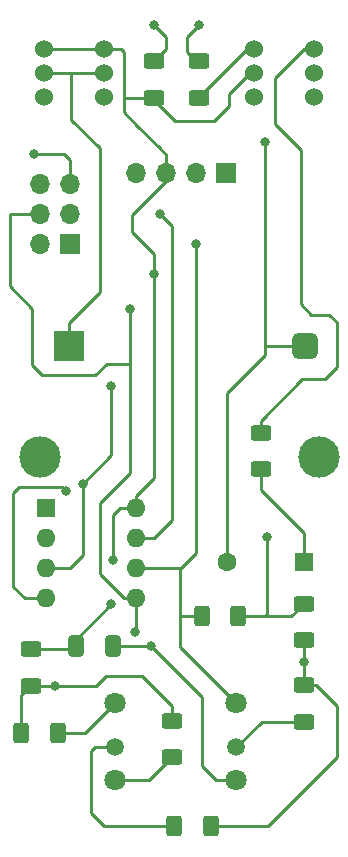
<source format=gbr>
%TF.GenerationSoftware,KiCad,Pcbnew,6.0.9*%
%TF.CreationDate,2023-02-22T15:13:05+01:00*%
%TF.ProjectId,sygeco1,73796765-636f-4312-9e6b-696361645f70,1.0*%
%TF.SameCoordinates,Original*%
%TF.FileFunction,Copper,L2,Bot*%
%TF.FilePolarity,Positive*%
%FSLAX46Y46*%
G04 Gerber Fmt 4.6, Leading zero omitted, Abs format (unit mm)*
G04 Created by KiCad (PCBNEW 6.0.9) date 2023-02-22 15:13:05*
%MOMM*%
%LPD*%
G01*
G04 APERTURE LIST*
G04 Aperture macros list*
%AMRoundRect*
0 Rectangle with rounded corners*
0 $1 Rounding radius*
0 $2 $3 $4 $5 $6 $7 $8 $9 X,Y pos of 4 corners*
0 Add a 4 corners polygon primitive as box body*
4,1,4,$2,$3,$4,$5,$6,$7,$8,$9,$2,$3,0*
0 Add four circle primitives for the rounded corners*
1,1,$1+$1,$2,$3*
1,1,$1+$1,$4,$5*
1,1,$1+$1,$6,$7*
1,1,$1+$1,$8,$9*
0 Add four rect primitives between the rounded corners*
20,1,$1+$1,$2,$3,$4,$5,0*
20,1,$1+$1,$4,$5,$6,$7,0*
20,1,$1+$1,$6,$7,$8,$9,0*
20,1,$1+$1,$8,$9,$2,$3,0*%
G04 Aperture macros list end*
%TA.AperFunction,ComponentPad*%
%ADD10C,1.524000*%
%TD*%
%TA.AperFunction,ComponentPad*%
%ADD11R,1.700000X1.700000*%
%TD*%
%TA.AperFunction,ComponentPad*%
%ADD12O,1.700000X1.700000*%
%TD*%
%TA.AperFunction,ComponentPad*%
%ADD13R,1.600000X1.600000*%
%TD*%
%TA.AperFunction,ComponentPad*%
%ADD14C,1.600000*%
%TD*%
%TA.AperFunction,ComponentPad*%
%ADD15C,1.800000*%
%TD*%
%TA.AperFunction,ComponentPad*%
%ADD16C,1.500000*%
%TD*%
%TA.AperFunction,ComponentPad*%
%ADD17C,3.500000*%
%TD*%
%TA.AperFunction,ComponentPad*%
%ADD18R,2.500000X2.500000*%
%TD*%
%TA.AperFunction,ComponentPad*%
%ADD19RoundRect,0.550000X-0.550000X-0.550000X0.550000X-0.550000X0.550000X0.550000X-0.550000X0.550000X0*%
%TD*%
%TA.AperFunction,ComponentPad*%
%ADD20O,1.600000X1.600000*%
%TD*%
%TA.AperFunction,SMDPad,CuDef*%
%ADD21RoundRect,0.249999X0.400001X0.625001X-0.400001X0.625001X-0.400001X-0.625001X0.400001X-0.625001X0*%
%TD*%
%TA.AperFunction,SMDPad,CuDef*%
%ADD22RoundRect,0.249999X-0.625001X0.400001X-0.625001X-0.400001X0.625001X-0.400001X0.625001X0.400001X0*%
%TD*%
%TA.AperFunction,SMDPad,CuDef*%
%ADD23RoundRect,0.249997X-0.412503X-0.650003X0.412503X-0.650003X0.412503X0.650003X-0.412503X0.650003X0*%
%TD*%
%TA.AperFunction,SMDPad,CuDef*%
%ADD24RoundRect,0.249999X0.625001X-0.400001X0.625001X0.400001X-0.625001X0.400001X-0.625001X-0.400001X0*%
%TD*%
%TA.AperFunction,SMDPad,CuDef*%
%ADD25RoundRect,0.249999X-0.400001X-0.625001X0.400001X-0.625001X0.400001X0.625001X-0.400001X0.625001X0*%
%TD*%
%TA.AperFunction,ViaPad*%
%ADD26C,0.800000*%
%TD*%
%TA.AperFunction,Conductor*%
%ADD27C,0.250000*%
%TD*%
G04 APERTURE END LIST*
D10*
%TO.P,SW1,1,A*%
%TO.N,unconnected-(SW1-Pad1)*%
X130954000Y-62690000D03*
%TO.P,SW1,2,B*%
%TO.N,Net-(BT1-Pad1)*%
X130954000Y-60690000D03*
%TO.P,SW1,3,C*%
%TO.N,VCC*%
X130954000Y-58690000D03*
%TO.P,SW1,4,A*%
%TO.N,unconnected-(SW1-Pad4)*%
X135954000Y-62690000D03*
%TO.P,SW1,5,B*%
%TO.N,Net-(BT1-Pad1)*%
X135954000Y-60690000D03*
%TO.P,SW1,6,C*%
%TO.N,VCC*%
X135954000Y-58690000D03*
%TD*%
%TO.P,SW2,1,A*%
%TO.N,unconnected-(SW2-Pad1)*%
X148734000Y-62690000D03*
%TO.P,SW2,2,B*%
%TO.N,VCC*%
X148734000Y-60690000D03*
%TO.P,SW2,3,C*%
%TO.N,Net-(R9-Pad1)*%
X148734000Y-58690000D03*
%TO.P,SW2,4,A*%
%TO.N,unconnected-(SW2-Pad4)*%
X153734000Y-62690000D03*
%TO.P,SW2,5,B*%
%TO.N,Net-(SW2-Pad5)*%
X153734000Y-60690000D03*
%TO.P,SW2,6,C*%
%TO.N,Net-(R10-Pad2)*%
X153734000Y-58690000D03*
%TD*%
D11*
%TO.P,J1,1,SDA*%
%TO.N,SDA*%
X146354800Y-69138800D03*
D12*
%TO.P,J1,2,SCL*%
%TO.N,SCL*%
X143814800Y-69138800D03*
%TO.P,J1,3,Vcc*%
%TO.N,VCC*%
X141274800Y-69138800D03*
%TO.P,J1,4,GND*%
%TO.N,GND*%
X138734800Y-69138800D03*
%TD*%
D13*
%TO.P,LS1,1,1*%
%TO.N,Net-(LS1-Pad1)*%
X152908000Y-102108000D03*
D14*
%TO.P,LS1,2,2*%
%TO.N,GND*%
X146408000Y-102108000D03*
%TD*%
D15*
%TO.P,S1,1,A*%
%TO.N,Net-(R1-Pad2)*%
X136906000Y-114046000D03*
D16*
%TO.P,S1,2,B*%
%TO.N,Net-(R8-Pad2)*%
X136906000Y-117746000D03*
D15*
%TO.P,S1,3,C*%
%TO.N,Net-(R5-Pad2)*%
X136906000Y-120546000D03*
%TO.P,S1,4,Com*%
%TO.N,GND*%
X147206000Y-120546000D03*
D16*
%TO.P,S1,5,D*%
%TO.N,Net-(R2-Pad2)*%
X147206000Y-117746000D03*
D15*
%TO.P,S1,6,Center*%
%TO.N,Button*%
X147206000Y-114046000D03*
%TD*%
D11*
%TO.P,J2,1,MISO*%
%TO.N,Button*%
X133096000Y-75184000D03*
D12*
%TO.P,J2,2,VCC*%
%TO.N,VCC*%
X130556000Y-75184000D03*
%TO.P,J2,3,SCK*%
%TO.N,SCL*%
X133096000Y-72644000D03*
%TO.P,J2,4,MOSI*%
%TO.N,SDA*%
X130556000Y-72644000D03*
%TO.P,J2,5,~{RST}*%
%TO.N,PAD_AXIS_1*%
X133096000Y-70104000D03*
%TO.P,J2,6,GND*%
%TO.N,GND*%
X130556000Y-70104000D03*
%TD*%
D17*
%TO.P,H1,1*%
%TO.N,N/C*%
X130556000Y-93218000D03*
%TD*%
%TO.P,H2,1*%
%TO.N,N/C*%
X154178000Y-93218000D03*
%TD*%
D18*
%TO.P,BT1,1,+*%
%TO.N,Net-(BT1-Pad1)*%
X133040000Y-83770000D03*
D19*
%TO.P,BT1,2,-*%
%TO.N,GND*%
X153040000Y-83770000D03*
%TD*%
D13*
%TO.P,U1,1,~{RESET}/PB5*%
%TO.N,PAD_AXIS_1*%
X131064000Y-97536000D03*
D20*
%TO.P,U1,2,XTAL1/PB3*%
%TO.N,PAD_AXIS_2*%
X131064000Y-100076000D03*
%TO.P,U1,3,XTAL2/PB4*%
%TO.N,Net-(SW2-Pad5)*%
X131064000Y-102616000D03*
%TO.P,U1,4,GND*%
%TO.N,GND*%
X131064000Y-105156000D03*
%TO.P,U1,5,AREF/PB0*%
%TO.N,SDA*%
X138684000Y-105156000D03*
%TO.P,U1,6,PB1*%
%TO.N,Button*%
X138684000Y-102616000D03*
%TO.P,U1,7,PB2*%
%TO.N,SCL*%
X138684000Y-100076000D03*
%TO.P,U1,8,VCC*%
%TO.N,VCC*%
X138684000Y-97536000D03*
%TD*%
D21*
%TO.P,R3,1*%
%TO.N,VCC*%
X147372000Y-106680000D03*
%TO.P,R3,2*%
%TO.N,Button*%
X144272000Y-106680000D03*
%TD*%
D22*
%TO.P,R4,1*%
%TO.N,VCC*%
X129794000Y-109448000D03*
%TO.P,R4,2*%
%TO.N,PAD_AXIS_2*%
X129794000Y-112548000D03*
%TD*%
%TO.P,R5,1*%
%TO.N,PAD_AXIS_2*%
X141732000Y-115518000D03*
%TO.P,R5,2*%
%TO.N,Net-(R5-Pad2)*%
X141732000Y-118618000D03*
%TD*%
D23*
%TO.P,C1,1*%
%TO.N,VCC*%
X133604000Y-109220000D03*
%TO.P,C1,2*%
%TO.N,GND*%
X136729000Y-109220000D03*
%TD*%
D24*
%TO.P,R6,1*%
%TO.N,VCC*%
X140208000Y-62764000D03*
%TO.P,R6,2*%
%TO.N,Net-(D1-Pad2)*%
X140208000Y-59664000D03*
%TD*%
D21*
%TO.P,R8,1*%
%TO.N,PAD_AXIS_1*%
X145060000Y-124460000D03*
%TO.P,R8,2*%
%TO.N,Net-(R8-Pad2)*%
X141960000Y-124460000D03*
%TD*%
D25*
%TO.P,R1,1*%
%TO.N,PAD_AXIS_2*%
X129006000Y-116586000D03*
%TO.P,R1,2*%
%TO.N,Net-(R1-Pad2)*%
X132106000Y-116586000D03*
%TD*%
D22*
%TO.P,R7,1*%
%TO.N,VCC*%
X152908000Y-105612000D03*
%TO.P,R7,2*%
%TO.N,PAD_AXIS_1*%
X152908000Y-108712000D03*
%TD*%
%TO.P,R2,1*%
%TO.N,PAD_AXIS_1*%
X152908000Y-112522000D03*
%TO.P,R2,2*%
%TO.N,Net-(R2-Pad2)*%
X152908000Y-115622000D03*
%TD*%
D24*
%TO.P,R9,1*%
%TO.N,Net-(R9-Pad1)*%
X144018000Y-62764000D03*
%TO.P,R9,2*%
%TO.N,Net-(D2-Pad2)*%
X144018000Y-59664000D03*
%TD*%
%TO.P,R10,1*%
%TO.N,Net-(LS1-Pad1)*%
X149288500Y-94222500D03*
%TO.P,R10,2*%
%TO.N,Net-(R10-Pad2)*%
X149288500Y-91122500D03*
%TD*%
D26*
%TO.N,GND*%
X149606000Y-66548000D03*
X139954000Y-109220000D03*
X132765800Y-96037400D03*
%TO.N,SDA*%
X138176000Y-80645000D03*
X138582400Y-108000800D03*
%TO.N,SCL*%
X140716000Y-72644000D03*
%TO.N,VCC*%
X136626600Y-105664000D03*
X140208000Y-77724000D03*
X136762800Y-101888600D03*
X149758400Y-99974400D03*
%TO.N,Button*%
X143764000Y-75184000D03*
%TO.N,Net-(D1-Pad2)*%
X140208000Y-56642000D03*
%TO.N,PAD_AXIS_1*%
X130048000Y-67564000D03*
X152908000Y-110540800D03*
%TO.N,PAD_AXIS_2*%
X131825400Y-112548000D03*
%TO.N,Net-(SW2-Pad5)*%
X136601200Y-87172800D03*
X134222800Y-95444000D03*
%TO.N,Net-(D2-Pad2)*%
X144018000Y-56642000D03*
%TD*%
D27*
%TO.N,Net-(BT1-Pad1)*%
X133239000Y-60817000D02*
X133112000Y-60690000D01*
X133239000Y-61611000D02*
X133239000Y-60817000D01*
X135636000Y-67056000D02*
X133239000Y-64659000D01*
X135636000Y-79248000D02*
X135636000Y-67056000D01*
X133040000Y-83770000D02*
X133040000Y-81844000D01*
X135954000Y-60690000D02*
X133112000Y-60690000D01*
X133112000Y-60690000D02*
X130954000Y-60690000D01*
X133239000Y-64659000D02*
X133239000Y-61611000D01*
X133040000Y-81844000D02*
X135636000Y-79248000D01*
%TO.N,GND*%
X139954000Y-109220000D02*
X144272000Y-113538000D01*
X136729000Y-109220000D02*
X139954000Y-109220000D01*
X149606000Y-81407000D02*
X149606000Y-83820000D01*
X149656000Y-83770000D02*
X149606000Y-83820000D01*
X144272000Y-113538000D02*
X144272000Y-119380000D01*
X129286000Y-105156000D02*
X131064000Y-105156000D01*
X128320800Y-104190800D02*
X129286000Y-105156000D01*
X146408000Y-87780000D02*
X146408000Y-102108000D01*
X149606000Y-84582000D02*
X149606000Y-81407000D01*
X152790000Y-83770000D02*
X149656000Y-83770000D01*
X128828800Y-95707200D02*
X128320800Y-96215200D01*
X146939000Y-87249000D02*
X146408000Y-87780000D01*
X145438000Y-120546000D02*
X147206000Y-120546000D01*
X149606000Y-66548000D02*
X149606000Y-80336000D01*
X149606000Y-80336000D02*
X149606000Y-81407000D01*
X132765800Y-96037400D02*
X132435600Y-95707200D01*
X146431000Y-87757000D02*
X146939000Y-87249000D01*
X132435600Y-95707200D02*
X128828800Y-95707200D01*
X144272000Y-119380000D02*
X145438000Y-120546000D01*
X146939000Y-87249000D02*
X149606000Y-84582000D01*
X128320800Y-96215200D02*
X128320800Y-104190800D01*
X149606000Y-83820000D02*
X149606000Y-84455000D01*
%TO.N,SDA*%
X135255000Y-86233000D02*
X130746500Y-86233000D01*
X135636000Y-103124000D02*
X137668000Y-105156000D01*
X130746500Y-86233000D02*
X129921000Y-85407500D01*
X138176000Y-80645000D02*
X138176000Y-85280500D01*
X138176000Y-85280500D02*
X136207500Y-85280500D01*
X138176000Y-94589600D02*
X135636000Y-97129600D01*
X129921000Y-85407500D02*
X129921000Y-80645000D01*
X137668000Y-105156000D02*
X138684000Y-105156000D01*
X135636000Y-97129600D02*
X135636000Y-103124000D01*
X128016000Y-72644000D02*
X128016000Y-78740000D01*
X136207500Y-85280500D02*
X135255000Y-86233000D01*
X128016000Y-78740000D02*
X129921000Y-80645000D01*
X130556000Y-72644000D02*
X128016000Y-72644000D01*
X138684000Y-107899200D02*
X138684000Y-105156000D01*
X138176000Y-85280500D02*
X138176000Y-94589600D01*
X138582400Y-108000800D02*
X138684000Y-107899200D01*
%TO.N,SCL*%
X141732000Y-73660000D02*
X141732000Y-98552000D01*
X140208000Y-100076000D02*
X138684000Y-100076000D01*
X140716000Y-72644000D02*
X141732000Y-73660000D01*
X141732000Y-98552000D02*
X140208000Y-100076000D01*
%TO.N,VCC*%
X149860000Y-106680000D02*
X151840000Y-106680000D01*
X149580600Y-106680000D02*
X149860000Y-106680000D01*
X140716000Y-67056000D02*
X138811000Y-65151000D01*
X145288000Y-64770000D02*
X146558000Y-63500000D01*
X138366500Y-74168000D02*
X138366500Y-72707500D01*
X137668000Y-62738000D02*
X137668000Y-64008000D01*
X140208000Y-77724000D02*
X140208000Y-76009500D01*
X137668000Y-64008000D02*
X138811000Y-65151000D01*
X141274800Y-67614800D02*
X140716000Y-67056000D01*
X129794000Y-109448000D02*
X133376000Y-109448000D01*
X140208000Y-62764000D02*
X140208000Y-62992000D01*
X133604000Y-109220000D02*
X133604000Y-108686600D01*
X138366500Y-72707500D02*
X141274800Y-69799200D01*
X137430000Y-58690000D02*
X137668000Y-58928000D01*
X149758400Y-99974400D02*
X149758400Y-106502200D01*
X137668000Y-58928000D02*
X137668000Y-60706000D01*
X136762800Y-98111000D02*
X137337800Y-97536000D01*
X141274800Y-69138800D02*
X141274800Y-67614800D01*
X136762800Y-101888600D02*
X136762800Y-98111000D01*
X141986000Y-64770000D02*
X145288000Y-64770000D01*
X141274800Y-69799200D02*
X141274800Y-69138800D01*
X130954000Y-58690000D02*
X135954000Y-58690000D01*
X138684000Y-96520000D02*
X140208000Y-94996000D01*
X140208000Y-94996000D02*
X140208000Y-80772000D01*
X140208000Y-76009500D02*
X138366500Y-74168000D01*
X135954000Y-58690000D02*
X137430000Y-58690000D01*
X146558000Y-63500000D02*
X146558000Y-62484000D01*
X148352000Y-60690000D02*
X148734000Y-60690000D01*
X137668000Y-60706000D02*
X137668000Y-62738000D01*
X151840000Y-106680000D02*
X152908000Y-105612000D01*
X140208000Y-62764000D02*
X137694000Y-62764000D01*
X149758400Y-106502200D02*
X149580600Y-106680000D01*
X133604000Y-108686600D02*
X136626600Y-105664000D01*
X138684000Y-97536000D02*
X138684000Y-96520000D01*
X146558000Y-62484000D02*
X148352000Y-60690000D01*
X137337800Y-97536000D02*
X138684000Y-97536000D01*
X137694000Y-62764000D02*
X137668000Y-62738000D01*
X140208000Y-62992000D02*
X141986000Y-64770000D01*
X133376000Y-109448000D02*
X133604000Y-109220000D01*
X147372000Y-106680000D02*
X149580600Y-106680000D01*
X140208000Y-80772000D02*
X140208000Y-77724000D01*
%TO.N,Net-(LS1-Pad1)*%
X152908000Y-102108000D02*
X152908000Y-99631500D01*
X152908000Y-99631500D02*
X149288500Y-96012000D01*
X149288500Y-96012000D02*
X149288500Y-94222500D01*
%TO.N,Net-(R2-Pad2)*%
X152908000Y-115622000D02*
X149330000Y-115622000D01*
X149330000Y-115622000D02*
X147206000Y-117746000D01*
%TO.N,Button*%
X142432500Y-102677500D02*
X142494000Y-102616000D01*
X142432500Y-109272500D02*
X142432500Y-106741500D01*
X147206000Y-114046000D02*
X142432500Y-109272500D01*
X143764000Y-101346000D02*
X142494000Y-102616000D01*
X142494000Y-106680000D02*
X142432500Y-106741500D01*
X143764000Y-75184000D02*
X143764000Y-101346000D01*
X144272000Y-106680000D02*
X142494000Y-106680000D01*
X141224000Y-102616000D02*
X138684000Y-102616000D01*
X142432500Y-106741500D02*
X142432500Y-106589100D01*
X142432500Y-106589100D02*
X142432500Y-102677500D01*
X142494000Y-102616000D02*
X141224000Y-102616000D01*
%TO.N,Net-(R5-Pad2)*%
X136906000Y-120546000D02*
X139804000Y-120546000D01*
X139804000Y-120546000D02*
X141732000Y-118618000D01*
%TO.N,Net-(D1-Pad2)*%
X140208000Y-59690000D02*
X141224000Y-58674000D01*
X141224000Y-57658000D02*
X140208000Y-56642000D01*
X141224000Y-58674000D02*
X141224000Y-57658000D01*
%TO.N,PAD_AXIS_1*%
X133096000Y-70104000D02*
X133096000Y-68072000D01*
X152908000Y-112522000D02*
X153924000Y-112522000D01*
X152908000Y-108712000D02*
X152908000Y-110540800D01*
X132588000Y-67564000D02*
X130048000Y-67564000D01*
X152908000Y-110540800D02*
X152908000Y-112522000D01*
X155702000Y-118618000D02*
X155702000Y-116205000D01*
X133096000Y-68072000D02*
X132588000Y-67564000D01*
X145060000Y-124460000D02*
X149860000Y-124460000D01*
X153924000Y-112522000D02*
X155702000Y-114300000D01*
X149860000Y-124460000D02*
X155702000Y-118618000D01*
X155702000Y-116205000D02*
X155702000Y-114300000D01*
%TO.N,PAD_AXIS_2*%
X129794000Y-112548000D02*
X131825400Y-112548000D01*
X129006000Y-113336000D02*
X129794000Y-112548000D01*
X136144000Y-111760000D02*
X139192000Y-111760000D01*
X139192000Y-111760000D02*
X141732000Y-114300000D01*
X131825400Y-112548000D02*
X135356000Y-112548000D01*
X129006000Y-116586000D02*
X129006000Y-113336000D01*
X141732000Y-114300000D02*
X141732000Y-115518000D01*
X135356000Y-112548000D02*
X136144000Y-111760000D01*
%TO.N,Net-(R1-Pad2)*%
X134366000Y-116586000D02*
X135763000Y-115189000D01*
X135763000Y-115189000D02*
X136906000Y-114046000D01*
X132106000Y-116586000D02*
X134366000Y-116586000D01*
%TO.N,Net-(R8-Pad2)*%
X136906000Y-117746000D02*
X135238000Y-117746000D01*
X141960000Y-124460000D02*
X136017000Y-124460000D01*
X136017000Y-124460000D02*
X134874000Y-123317000D01*
X135238000Y-117746000D02*
X134874000Y-118110000D01*
X134874000Y-118110000D02*
X134874000Y-123317000D01*
%TO.N,Net-(SW2-Pad5)*%
X134222800Y-101489200D02*
X134222800Y-95444000D01*
X133096000Y-102616000D02*
X134222800Y-101489200D01*
X136601200Y-93065600D02*
X136601200Y-92760800D01*
X134222800Y-95444000D02*
X136601200Y-93065600D01*
X131064000Y-102616000D02*
X133096000Y-102616000D01*
X136601200Y-87172800D02*
X136601200Y-92760800D01*
%TO.N,Net-(D2-Pad2)*%
X143764000Y-59690000D02*
X143002000Y-58928000D01*
X143002000Y-58928000D02*
X143002000Y-57658000D01*
X143002000Y-57658000D02*
X144018000Y-56642000D01*
X144018000Y-59690000D02*
X143764000Y-59690000D01*
%TO.N,Net-(R9-Pad1)*%
X144018000Y-62764000D02*
X144018000Y-62738000D01*
X148066000Y-58690000D02*
X148734000Y-58690000D01*
X144018000Y-62738000D02*
X148066000Y-58690000D01*
%TO.N,Net-(R10-Pad2)*%
X149288500Y-91122500D02*
X149288500Y-90106500D01*
X152654000Y-67183000D02*
X150495000Y-65024000D01*
X149288500Y-90106500D02*
X152781000Y-86614000D01*
X155702000Y-85598000D02*
X155702000Y-81788000D01*
X152654000Y-80264000D02*
X152654000Y-67183000D01*
X155702000Y-81788000D02*
X155067000Y-81153000D01*
X155067000Y-81153000D02*
X153543000Y-81153000D01*
X152781000Y-86614000D02*
X154686000Y-86614000D01*
X153543000Y-81153000D02*
X152654000Y-80264000D01*
X150495000Y-65024000D02*
X150495000Y-61087000D01*
X150495000Y-61087000D02*
X152892000Y-58690000D01*
X154686000Y-86614000D02*
X155702000Y-85598000D01*
X152892000Y-58690000D02*
X153734000Y-58690000D01*
%TD*%
M02*

</source>
